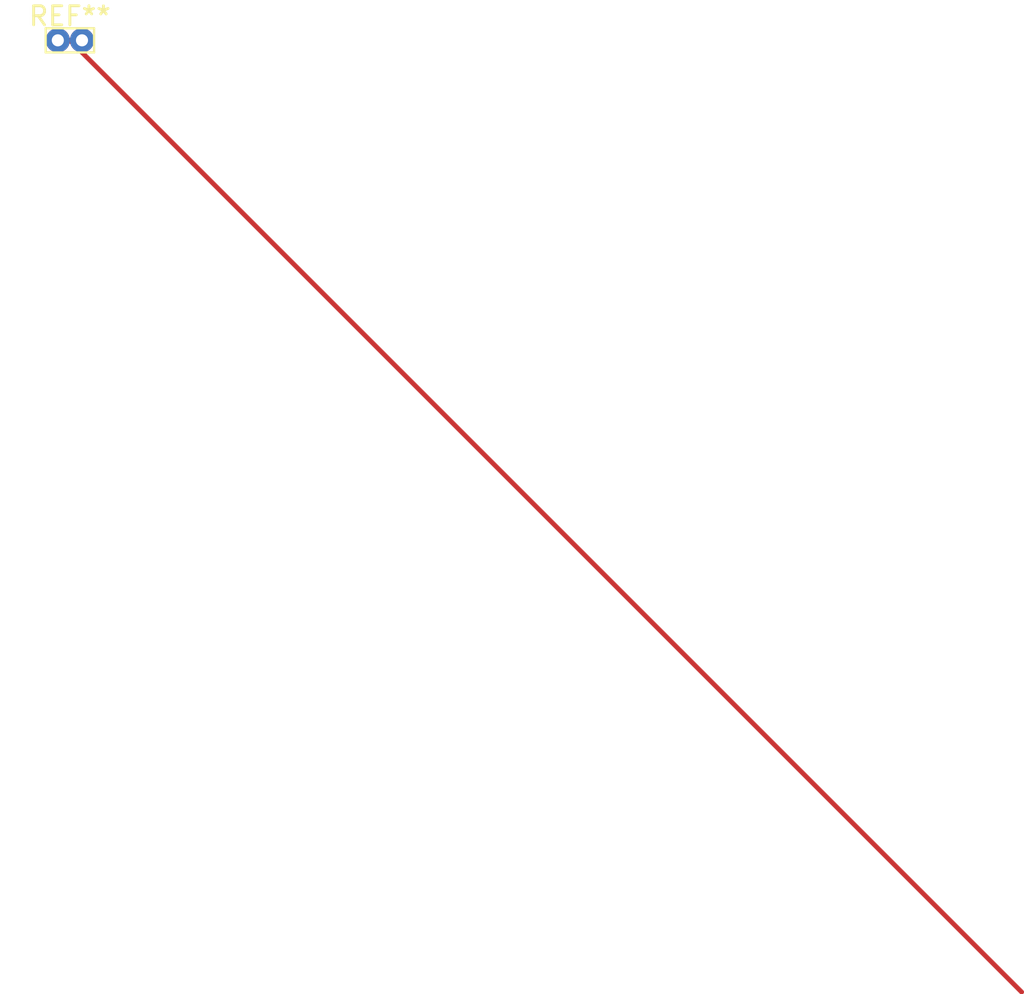
<source format=kicad_pcb>
(kicad_pcb (version 20171130) (host pcbnew "(5.1.5)-3")

  (general
    (thickness 1.6)
    (drawings 5)
    (tracks 1)
    (zones 0)
    (modules 2)
    (nets 2)
  )

  (page A4)
  (layers
    (0 F.Cu signal)
    (31 B.Cu signal)
    (32 B.Adhes user)
    (33 F.Adhes user)
    (34 B.Paste user)
    (35 F.Paste user)
    (36 B.SilkS user)
    (37 F.SilkS user)
    (38 B.Mask user)
    (39 F.Mask user)
    (40 Dwgs.User user)
    (41 Cmts.User user)
    (42 Eco1.User user)
    (43 Eco2.User user)
    (44 Edge.Cuts user)
    (45 Margin user)
    (46 B.CrtYd user)
    (47 F.CrtYd user)
    (48 B.Fab user)
    (49 F.Fab user)
  )

  (setup
    (last_trace_width 0.25)
    (trace_clearance 0.2)
    (zone_clearance 0.508)
    (zone_45_only no)
    (trace_min 0.2)
    (segment_width 0.2)
    (edge_width 0.15)
    (via_size 0.8)
    (via_drill 0.4)
    (via_min_size 0.4)
    (via_min_drill 0.3)
    (uvia_size 0.3)
    (uvia_drill 0.1)
    (uvias_allowed no)
    (uvia_min_size 0.2)
    (uvia_min_drill 0.1)
    (pcb_text_width 0.3)
    (pcb_text_size 1.5 1.5)
    (mod_edge_width 0.15)
    (mod_text_size 1 1)
    (mod_text_width 0.15)
    (pad_size 1.524 1.524)
    (pad_drill 0.762)
    (pad_to_mask_clearance 0.2)
    (aux_axis_origin 0 0)
    (visible_elements FFFFFF7F)
    (pcbplotparams
      (layerselection 0x010fc_ffffffff)
      (usegerberextensions false)
      (usegerberattributes false)
      (usegerberadvancedattributes false)
      (creategerberjobfile false)
      (excludeedgelayer true)
      (linewidth 0.100000)
      (plotframeref false)
      (viasonmask false)
      (mode 1)
      (useauxorigin false)
      (hpglpennumber 1)
      (hpglpenspeed 20)
      (hpglpendiameter 15)
      (psnegative false)
      (psa4output false)
      (plotreference true)
      (plotvalue true)
      (plotothertext true)
      (plotinvisibletext false)
      (padsonsilk false)
      (subtractmaskfromsilk false)
      (outputformat 1)
      (mirror false)
      (drillshape 1)
      (scaleselection 1)
      (outputdirectory "")
    )
  )

  (net 0 "")
  (net 1 "Net-(R1-Pad1)")

  (module MyHeader (layer F.Cu) (tedit 5B301BB2)
    (at 50 50)
    (fp_text reference REF** (at 0 -1.27) (layer F.SilkS)
      (effects (font (size 1 1) (thickness 0.15)))
    )
    (fp_text value MyHeader (at 0 1.27) (layer F.Fab)
      (effects (font (size 1 1) (thickness 0.15)))
    )
    (fp_line (start -1.27 -0.635) (end 1.27 -0.635) (layer F.SilkS) (width 0.12))
    (fp_line (start -1.27 0.635) (end 1.27 0.635) (layer F.SilkS) (width 0.12))
    (fp_line (start -1.27 -0.635) (end -1.27 0.635) (layer F.SilkS) (width 0.12))
    (fp_line (start 1.27 -0.635) (end 1.27 0.635) (layer F.SilkS) (width 0.12))
    (pad 1 thru_hole circle (at -0.635 0) (size 1.27 1.27) (drill 0.635) (layers *.Cu *.Mask))
    (pad 2 thru_hole circle (at 0.635 0) (size 1.27 1.27) (drill 0.635) (layers *.Cu *.Mask))
  )

  (segment (start 50 50) (end 100 100) (width 0.25) (layer F.Cu) (net 1))
)

</source>
